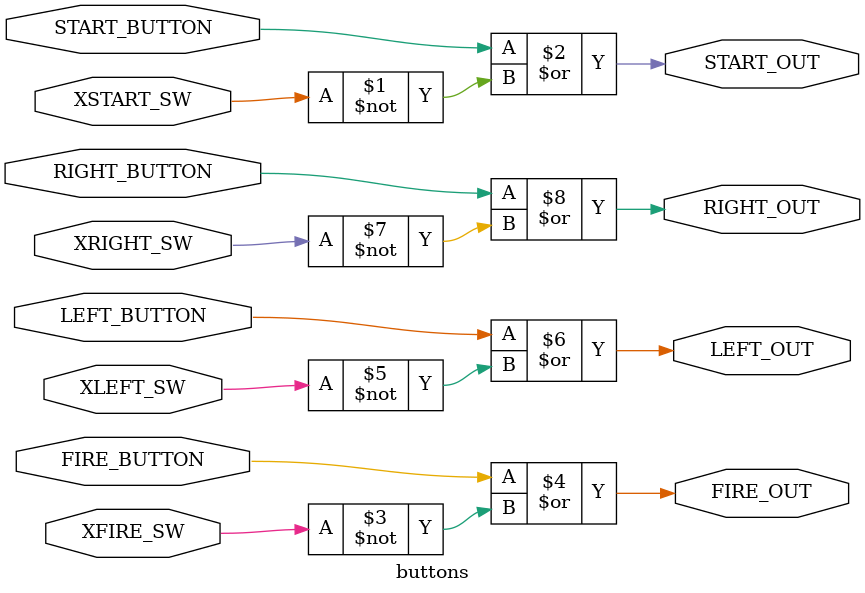
<source format=v>
`timescale 1ns/1ns
module buttons (
	input START_BUTTON,
	input FIRE_BUTTON,
	input LEFT_BUTTON,
	input RIGHT_BUTTON,
	input XSTART_SW,
	input XFIRE_SW,
	input XLEFT_SW,
	input XRIGHT_SW,
	output START_OUT,
	output FIRE_OUT,
	output LEFT_OUT,
	output RIGHT_OUT
);

assign START_OUT = START_BUTTON | ~XSTART_SW;
assign FIRE_OUT = FIRE_BUTTON | ~XFIRE_SW;
assign LEFT_OUT = LEFT_BUTTON | ~XLEFT_SW;
assign RIGHT_OUT = RIGHT_BUTTON | ~XRIGHT_SW;

endmodule
</source>
